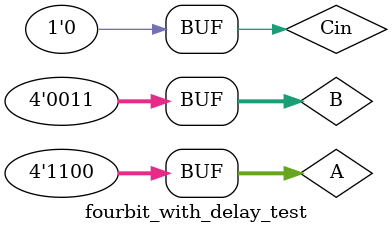
<source format=v>
`timescale 1ns / 1ps


module fourbit_with_delay_test;

	// Inputs
	reg [3:0] A;
	reg [3:0] B;
	reg Cin;

	// Outputs
	wire [3:0] Sum;
	wire Cout;

	// Instantiate the Unit Under Test (UUT)
	fourbit_with_delay uut (
		.Sum(Sum), 
		.Cout(Cout), 
		.A(A), 
		.B(B), 
		.Cin(Cin)
	);

	initial begin
		// Initialize Inputs
		A = 0;
		B = 0;
		Cin = 0;

		// Wait 100 ns for global reset to finish
		#100;
		
		A=4'b1111;B=4'b0001;Cin=0;
		
		// Wait 100 ns for global reset to finish
		#100;
		
		A=4'b1100;B=4'b0011;Cin=0;
		
		// Wait 100 ns for global reset to finish
		#100;
	end
    always @ ( A, B, Cin , Sum, Cout)
		begin
		 $monitor("t=%3d A=%d,B=%d,Cin=%d,Sum=%d,Cout=%d \n",$time,A,B,Cin,Sum,Cout );
		 end	 
endmodule


</source>
